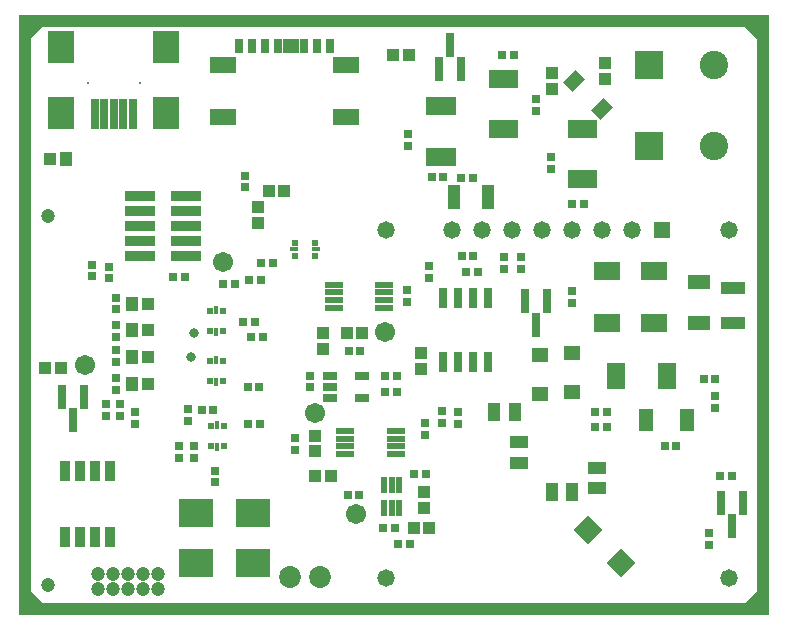
<source format=gbs>
G04 Layer_Color=16711935*
%FSTAX24Y24*%
%MOIN*%
G70*
G01*
G75*
%ADD104R,0.0434X0.0395*%
%ADD105R,0.0316X0.0277*%
%ADD107R,0.0190X0.0631*%
%ADD108R,0.0631X0.0415*%
%ADD109R,0.0247X0.0198*%
%ADD110R,0.0306X0.0169*%
%ADD111R,0.0277X0.0316*%
%ADD114R,0.0572X0.0454*%
%ADD115C,0.0671*%
%ADD118R,0.0316X0.0789*%
%ADD122R,0.0434X0.0789*%
%ADD123R,0.0789X0.0434*%
%ADD126R,0.0474X0.0749*%
%ADD127R,0.0395X0.0434*%
%ADD144C,0.0730*%
%ADD145R,0.0946X0.0946*%
%ADD146C,0.0946*%
%ADD147C,0.0474*%
%ADD148C,0.0580*%
%ADD149R,0.0580X0.0580*%
%ADD150C,0.0119*%
%ADD151C,0.0330*%
G04:AMPARAMS|DCode=152|XSize=45.4mil|YSize=57.2mil|CornerRadius=0mil|HoleSize=0mil|Usage=FLASHONLY|Rotation=135.000|XOffset=0mil|YOffset=0mil|HoleType=Round|Shape=Rectangle|*
%AMROTATEDRECTD152*
4,1,4,0.0363,0.0042,-0.0042,-0.0363,-0.0363,-0.0042,0.0042,0.0363,0.0363,0.0042,0.0*
%
%ADD152ROTATEDRECTD152*%

%ADD153R,0.0867X0.0552*%
%ADD154R,0.0277X0.0474*%
%ADD155R,0.0612X0.0237*%
%ADD156R,0.0316X0.0690*%
%ADD157R,0.0749X0.0474*%
%ADD158P,0.0948X4X360.0*%
%ADD159R,0.0631X0.0907*%
%ADD160R,0.0907X0.0631*%
%ADD161R,0.0415X0.0631*%
%ADD162R,0.1182X0.0946*%
%ADD163R,0.0395X0.0513*%
%ADD164R,0.0198X0.0247*%
%ADD165R,0.0169X0.0306*%
%ADD166R,0.0493X0.0316*%
%ADD167R,0.0379X0.0710*%
%ADD168R,0.1025X0.0379*%
%ADD169R,0.0218X0.0533*%
%ADD170R,0.0277X0.0986*%
%ADD171R,0.0867X0.1064*%
G36*
X035Y006063D02*
X01D01*
Y026063D01*
X035D01*
Y006063D01*
D02*
G37*
%LPC*%
G36*
X034213Y025669D02*
X010787D01*
X010394Y025276D01*
Y00685D01*
X010787Y006457D01*
X034213D01*
X034606Y00685D01*
Y025276D01*
X034213Y025669D01*
D02*
G37*
%LPD*%
D104*
X029537Y023937D02*
D03*
Y024449D02*
D03*
X027776Y023612D02*
D03*
Y024124D02*
D03*
X023396Y014783D02*
D03*
Y014272D02*
D03*
X017982Y019656D02*
D03*
Y019144D02*
D03*
X023494Y010157D02*
D03*
Y009646D02*
D03*
X020157Y015453D02*
D03*
Y014941D02*
D03*
X019882Y011516D02*
D03*
Y012028D02*
D03*
D105*
X027726Y021319D02*
D03*
Y020925D02*
D03*
X022972Y022096D02*
D03*
Y021703D02*
D03*
X027234Y022854D02*
D03*
Y023248D02*
D03*
X028455Y016457D02*
D03*
Y01685D02*
D03*
X033209Y012963D02*
D03*
Y013356D02*
D03*
X026732Y017598D02*
D03*
Y017992D02*
D03*
X023661Y017293D02*
D03*
Y017687D02*
D03*
X033022Y00878D02*
D03*
Y008386D02*
D03*
X019213Y011968D02*
D03*
Y011575D02*
D03*
X023553Y01247D02*
D03*
Y012077D02*
D03*
X017539Y020315D02*
D03*
Y020709D02*
D03*
X022953Y01689D02*
D03*
Y016496D02*
D03*
X026181Y017598D02*
D03*
Y017992D02*
D03*
X01564Y012925D02*
D03*
Y012531D02*
D03*
X015827Y011685D02*
D03*
Y011291D02*
D03*
X015354Y011291D02*
D03*
Y011685D02*
D03*
X012913Y013102D02*
D03*
Y012709D02*
D03*
X013386Y013102D02*
D03*
Y012709D02*
D03*
X016545Y010482D02*
D03*
X016545Y010876D02*
D03*
X013228Y016644D02*
D03*
Y01625D02*
D03*
X013238Y015335D02*
D03*
Y015728D02*
D03*
X024626Y012431D02*
D03*
Y012825D02*
D03*
X024104Y012461D02*
D03*
Y012854D02*
D03*
X013238Y013967D02*
D03*
Y013573D02*
D03*
Y014488D02*
D03*
Y014882D02*
D03*
X013868Y012815D02*
D03*
Y012421D02*
D03*
X019715Y013652D02*
D03*
Y014045D02*
D03*
X012441Y017352D02*
D03*
Y017746D02*
D03*
X013012Y017283D02*
D03*
Y017677D02*
D03*
D107*
X023671Y021333D02*
D03*
X023868Y021333D02*
D03*
X024065D02*
D03*
X024262D02*
D03*
X024459Y021333D02*
D03*
Y023018D02*
D03*
X024262Y023018D02*
D03*
X024065D02*
D03*
X023868D02*
D03*
X023671Y023018D02*
D03*
X028396Y020585D02*
D03*
X028593Y020585D02*
D03*
X028789D02*
D03*
X028986D02*
D03*
X029183Y020585D02*
D03*
Y02227D02*
D03*
X028986Y02227D02*
D03*
X028789D02*
D03*
X028593D02*
D03*
X028396Y02227D02*
D03*
X026555Y023933D02*
D03*
X026358Y023933D02*
D03*
X026161D02*
D03*
X025965D02*
D03*
X025768Y023933D02*
D03*
X025768Y022248D02*
D03*
X025965Y022248D02*
D03*
X026161D02*
D03*
X026358D02*
D03*
X026555D02*
D03*
D108*
X026683Y011142D02*
D03*
Y011831D02*
D03*
X029291Y010285D02*
D03*
Y010974D02*
D03*
D109*
X019203Y018046D02*
D03*
Y01847D02*
D03*
X019872D02*
D03*
Y018046D02*
D03*
D110*
X019173Y018258D02*
D03*
X019902D02*
D03*
D111*
X028455Y019774D02*
D03*
X028848D02*
D03*
X01749Y015817D02*
D03*
X017884D02*
D03*
X017756Y015344D02*
D03*
X01815D02*
D03*
X017667Y017215D02*
D03*
X018061D02*
D03*
X018071Y017805D02*
D03*
X018465D02*
D03*
X02376Y020669D02*
D03*
X024154D02*
D03*
X026496Y024724D02*
D03*
X026102D02*
D03*
X032825Y013937D02*
D03*
X033219D02*
D03*
X024921Y01748D02*
D03*
X025315D02*
D03*
X03378Y010709D02*
D03*
X033386D02*
D03*
X024764Y018032D02*
D03*
X025157D02*
D03*
X016811Y017087D02*
D03*
X017205D02*
D03*
X021388Y014872D02*
D03*
X020994D02*
D03*
X029616Y012835D02*
D03*
X029222Y012835D02*
D03*
X029616Y012313D02*
D03*
X029222D02*
D03*
X016486Y012894D02*
D03*
X016093D02*
D03*
X018032Y012421D02*
D03*
X017638D02*
D03*
X031526Y011693D02*
D03*
X031919D02*
D03*
X022598Y014016D02*
D03*
X022205D02*
D03*
X022598Y013494D02*
D03*
X022205D02*
D03*
X015551Y017323D02*
D03*
X015157D02*
D03*
X017628Y013661D02*
D03*
X018022D02*
D03*
X023051Y008415D02*
D03*
X022657D02*
D03*
X023573Y010778D02*
D03*
X023179D02*
D03*
X025138Y02064D02*
D03*
X024744D02*
D03*
X02253Y008947D02*
D03*
X022136D02*
D03*
X020965Y010059D02*
D03*
X021358D02*
D03*
D114*
X028425Y014783D02*
D03*
Y013484D02*
D03*
X027362Y014724D02*
D03*
X027362Y013425D02*
D03*
D115*
X022215Y015512D02*
D03*
X019872Y012785D02*
D03*
X012205Y01438D02*
D03*
X016811Y017844D02*
D03*
X02124Y009439D02*
D03*
D118*
X024753Y024264D02*
D03*
X024004D02*
D03*
X024378Y025052D02*
D03*
X026871Y016533D02*
D03*
X02762D02*
D03*
X027246Y015746D02*
D03*
X033407Y009801D02*
D03*
X034155Y009801D02*
D03*
X033781Y009013D02*
D03*
X011812Y012549D02*
D03*
X012186Y013336D02*
D03*
X011438D02*
D03*
D122*
X02565Y02D02*
D03*
X024508D02*
D03*
D123*
X033809Y015807D02*
D03*
Y016949D02*
D03*
D126*
X032274Y012579D02*
D03*
X030896D02*
D03*
D127*
X02248Y024715D02*
D03*
X022992D02*
D03*
X018839Y020197D02*
D03*
X018327D02*
D03*
X011053Y02127D02*
D03*
X011398Y014301D02*
D03*
X010886D02*
D03*
X014301Y016427D02*
D03*
X014301Y015561D02*
D03*
Y01377D02*
D03*
Y014656D02*
D03*
X023179Y008947D02*
D03*
X023691D02*
D03*
X020945Y015453D02*
D03*
X021457D02*
D03*
X020394Y010689D02*
D03*
X019882D02*
D03*
D144*
X020028Y007323D02*
D03*
X019028D02*
D03*
D145*
X031004Y024409D02*
D03*
Y021693D02*
D03*
D146*
X033169Y024409D02*
D03*
Y021693D02*
D03*
D147*
X014642Y006935D02*
D03*
Y007435D02*
D03*
X014142Y006935D02*
D03*
Y007435D02*
D03*
X013642Y006935D02*
D03*
Y007435D02*
D03*
X013142Y006935D02*
D03*
Y007435D02*
D03*
X012642Y006935D02*
D03*
Y007435D02*
D03*
X010984Y007047D02*
D03*
Y01937D02*
D03*
D148*
X033661Y007283D02*
D03*
X022244D02*
D03*
X022244Y018898D02*
D03*
X033661D02*
D03*
X030453D02*
D03*
X028453D02*
D03*
X029453D02*
D03*
X024453D02*
D03*
X025453D02*
D03*
X026453D02*
D03*
X027453D02*
D03*
D149*
X031453D02*
D03*
D150*
X012303Y02378D02*
D03*
X014035D02*
D03*
D151*
X015728Y014656D02*
D03*
X015827Y015463D02*
D03*
X010197Y007205D02*
D03*
Y009134D02*
D03*
Y011102D02*
D03*
Y013071D02*
D03*
Y015039D02*
D03*
Y017008D02*
D03*
Y018976D02*
D03*
Y020945D02*
D03*
Y022913D02*
D03*
Y024882D02*
D03*
X011181Y025866D02*
D03*
X01315D02*
D03*
X015118D02*
D03*
X016988D02*
D03*
X018858D02*
D03*
X020728D02*
D03*
X022638D02*
D03*
X031929D02*
D03*
X033858D02*
D03*
X034803Y024921D02*
D03*
Y022992D02*
D03*
Y021024D02*
D03*
Y019055D02*
D03*
Y017087D02*
D03*
Y015118D02*
D03*
Y01315D02*
D03*
Y011181D02*
D03*
Y009213D02*
D03*
Y007244D02*
D03*
X033819Y00626D02*
D03*
X031673D02*
D03*
X029596D02*
D03*
X02751D02*
D03*
X025413D02*
D03*
X023327D02*
D03*
X021398D02*
D03*
X019528D02*
D03*
X017559D02*
D03*
X015423D02*
D03*
X013327D02*
D03*
X01126D02*
D03*
D152*
X028507Y023855D02*
D03*
X029426Y022936D02*
D03*
D153*
X016801Y024406D02*
D03*
Y022654D02*
D03*
X020915D02*
D03*
Y024406D02*
D03*
D154*
X018937Y025039D02*
D03*
X017343D02*
D03*
X017776D02*
D03*
X018209D02*
D03*
X018642D02*
D03*
X019213D02*
D03*
X019508D02*
D03*
X019941D02*
D03*
X020374D02*
D03*
D155*
X022579Y012195D02*
D03*
Y011939D02*
D03*
Y011683D02*
D03*
Y011427D02*
D03*
X020886D02*
D03*
Y011683D02*
D03*
Y011939D02*
D03*
Y012195D02*
D03*
X022185Y017077D02*
D03*
Y016821D02*
D03*
Y016565D02*
D03*
Y016309D02*
D03*
X020492D02*
D03*
Y016565D02*
D03*
Y016821D02*
D03*
Y017077D02*
D03*
D156*
X024132Y016614D02*
D03*
X024632D02*
D03*
X025132D02*
D03*
X025632D02*
D03*
Y014488D02*
D03*
X025132D02*
D03*
X024632D02*
D03*
X024132D02*
D03*
D157*
X032677Y015787D02*
D03*
X032677Y017165D02*
D03*
D158*
X03007Y007804D02*
D03*
X028985Y008889D02*
D03*
D159*
X031624Y014016D02*
D03*
X029892D02*
D03*
D160*
X031181Y01752D02*
D03*
Y015787D02*
D03*
X029606Y01752D02*
D03*
X029606Y015787D02*
D03*
D161*
X025837Y012835D02*
D03*
X026526D02*
D03*
X028455Y010157D02*
D03*
X027766D02*
D03*
D162*
X015906Y007795D02*
D03*
X017795D02*
D03*
X015906Y009459D02*
D03*
X017795D02*
D03*
D163*
X011565Y02127D02*
D03*
X013789Y016427D02*
D03*
Y015561D02*
D03*
Y01377D02*
D03*
Y014656D02*
D03*
D164*
X016402Y011705D02*
D03*
X016826D02*
D03*
Y012374D02*
D03*
X016402D02*
D03*
X016796Y016191D02*
D03*
X016373D02*
D03*
Y015522D02*
D03*
X016796D02*
D03*
Y013868D02*
D03*
X016373D02*
D03*
Y014537D02*
D03*
X016796D02*
D03*
D165*
X016614Y011675D02*
D03*
X016614Y012404D02*
D03*
X016585Y01622D02*
D03*
Y015492D02*
D03*
Y013839D02*
D03*
Y014567D02*
D03*
D166*
X021427Y013297D02*
D03*
Y014045D02*
D03*
X020364D02*
D03*
X020364Y013671D02*
D03*
X020364Y013297D02*
D03*
D167*
X013041Y008667D02*
D03*
X012541Y008667D02*
D03*
X012041D02*
D03*
X011541Y008667D02*
D03*
X011541Y010876D02*
D03*
X012041D02*
D03*
X012541D02*
D03*
X013041D02*
D03*
D168*
X015571Y020035D02*
D03*
X014035D02*
D03*
X015571Y019535D02*
D03*
X014035D02*
D03*
X015571Y019035D02*
D03*
X014035D02*
D03*
X015571Y018535D02*
D03*
X014035D02*
D03*
X015571Y018035D02*
D03*
X014035D02*
D03*
D169*
X022688Y010384D02*
D03*
X022432D02*
D03*
X022176D02*
D03*
Y009636D02*
D03*
X022432D02*
D03*
X022688D02*
D03*
D170*
X013799Y022756D02*
D03*
X013484D02*
D03*
X013169D02*
D03*
X012854D02*
D03*
X012539D02*
D03*
D171*
X014921Y022795D02*
D03*
X011417D02*
D03*
X014921Y025D02*
D03*
X011417D02*
D03*
M02*

</source>
